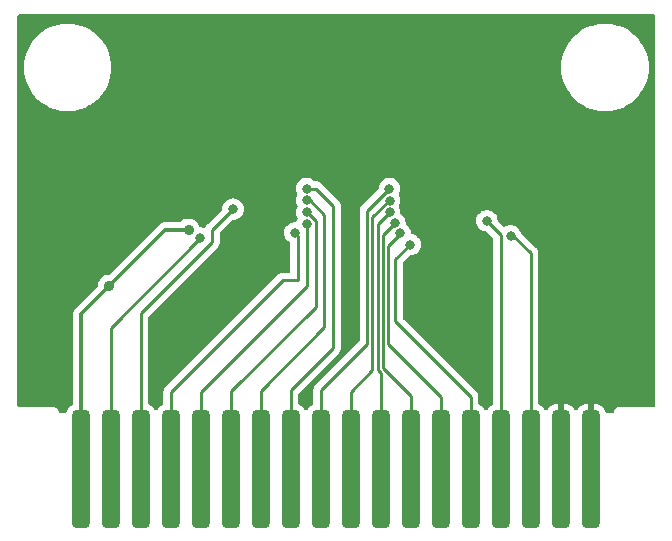
<source format=gbr>
%TF.GenerationSoftware,KiCad,Pcbnew,(6.0.7-1)-1*%
%TF.CreationDate,2023-01-14T18:56:46-08:00*%
%TF.ProjectId,QCard,51436172-642e-46b6-9963-61645f706362,rev?*%
%TF.SameCoordinates,Original*%
%TF.FileFunction,Copper,L2,Bot*%
%TF.FilePolarity,Positive*%
%FSLAX46Y46*%
G04 Gerber Fmt 4.6, Leading zero omitted, Abs format (unit mm)*
G04 Created by KiCad (PCBNEW (6.0.7-1)-1) date 2023-01-14 18:56:46*
%MOMM*%
%LPD*%
G01*
G04 APERTURE LIST*
G04 Aperture macros list*
%AMRoundRect*
0 Rectangle with rounded corners*
0 $1 Rounding radius*
0 $2 $3 $4 $5 $6 $7 $8 $9 X,Y pos of 4 corners*
0 Add a 4 corners polygon primitive as box body*
4,1,4,$2,$3,$4,$5,$6,$7,$8,$9,$2,$3,0*
0 Add four circle primitives for the rounded corners*
1,1,$1+$1,$2,$3*
1,1,$1+$1,$4,$5*
1,1,$1+$1,$6,$7*
1,1,$1+$1,$8,$9*
0 Add four rect primitives between the rounded corners*
20,1,$1+$1,$2,$3,$4,$5,0*
20,1,$1+$1,$4,$5,$6,$7,0*
20,1,$1+$1,$6,$7,$8,$9,0*
20,1,$1+$1,$8,$9,$2,$3,0*%
G04 Aperture macros list end*
%TA.AperFunction,ConnectorPad*%
%ADD10RoundRect,0.375000X-0.375000X-4.625000X0.375000X-4.625000X0.375000X4.625000X-0.375000X4.625000X0*%
%TD*%
%TA.AperFunction,ViaPad*%
%ADD11C,0.900000*%
%TD*%
%TA.AperFunction,ViaPad*%
%ADD12C,0.800000*%
%TD*%
%TA.AperFunction,Conductor*%
%ADD13C,0.250000*%
%TD*%
%TA.AperFunction,Conductor*%
%ADD14C,0.300000*%
%TD*%
G04 APERTURE END LIST*
D10*
%TO.P,J1,36,Pin_36*%
%TO.N,/GND*%
X99060000Y-89000000D03*
%TO.P,J1,35,Pin_35*%
X96520000Y-89000000D03*
%TO.P,J1,34,Pin_34*%
%TO.N,/D3*%
X93980000Y-89000000D03*
%TO.P,J1,33,Pin_33*%
%TO.N,/D4*%
X91440000Y-89000000D03*
%TO.P,J1,32,Pin_32*%
%TO.N,/D5*%
X88900000Y-89000000D03*
%TO.P,J1,31,Pin_31*%
%TO.N,/D6*%
X86360000Y-89000000D03*
%TO.P,J1,30,Pin_30*%
%TO.N,/D7*%
X83820000Y-89000000D03*
%TO.P,J1,29,Pin_29*%
%TO.N,/CE*%
X81280000Y-89000000D03*
%TO.P,J1,28,Pin_28*%
%TO.N,/A10*%
X78740000Y-89000000D03*
%TO.P,J1,27,Pin_27*%
%TO.N,/OE*%
X76200000Y-89000000D03*
%TO.P,J1,26,Pin_26*%
%TO.N,/A11*%
X73660000Y-89000000D03*
%TO.P,J1,25,Pin_25*%
%TO.N,/A9*%
X71120000Y-89000000D03*
%TO.P,J1,24,Pin_24*%
%TO.N,/A8*%
X68580000Y-89000000D03*
%TO.P,J1,23,Pin_23*%
%TO.N,/A13*%
X66040000Y-89000000D03*
%TO.P,J1,22,Pin_22*%
%TO.N,/A14*%
X63500000Y-89000000D03*
%TO.P,J1,21,Pin_21*%
%TO.N,/A17*%
X60960000Y-89000000D03*
%TO.P,J1,20,Pin_20*%
%TO.N,/A18*%
X58420000Y-89000000D03*
%TO.P,J1,19,Pin_19*%
%TO.N,/VCC*%
X55880000Y-89000000D03*
%TD*%
D11*
%TO.N,/GND*%
X90000000Y-69750000D03*
%TO.N,/VCC*%
X58250000Y-73500000D03*
D12*
%TO.N,/D3*%
X92250000Y-69250000D03*
%TO.N,/D4*%
X90250000Y-67978000D03*
%TO.N,/D5*%
X83750000Y-70000000D03*
%TO.N,/D6*%
X82901613Y-69055488D03*
%TO.N,/D7*%
X82457275Y-68160184D03*
%TO.N,/CE*%
X82006490Y-67268109D03*
%TO.N,/A10*%
X82012548Y-66262051D03*
%TO.N,/OE*%
X82000000Y-65250000D03*
%TO.N,/A18*%
X66000000Y-69452000D03*
D11*
%TO.N,/VCC*%
X65000000Y-68750000D03*
D12*
%TO.N,/A17*%
X68750000Y-67000000D03*
%TO.N,/A14*%
X74000000Y-69000000D03*
%TO.N,/A13*%
X75000000Y-68250000D03*
%TO.N,/A8*%
X75000000Y-67250000D03*
%TO.N,/A9*%
X75000000Y-66250497D03*
%TO.N,/A11*%
X75000000Y-65250000D03*
%TD*%
D13*
%TO.N,/CE*%
X82006490Y-67268109D02*
X81000000Y-68274599D01*
X81000000Y-68274599D02*
X81000000Y-80636396D01*
X81000000Y-80636396D02*
X81250000Y-80886396D01*
X81250000Y-88970000D02*
X81280000Y-89000000D01*
X81250000Y-80886396D02*
X81250000Y-88970000D01*
%TO.N,/A17*%
X68750000Y-67000000D02*
X67000000Y-68750000D01*
X67000000Y-68750000D02*
X67000000Y-69750000D01*
X67000000Y-69750000D02*
X60960000Y-75790000D01*
X60960000Y-75790000D02*
X60960000Y-89000000D01*
D14*
%TO.N,/VCC*%
X65000000Y-68750000D02*
X63000000Y-68750000D01*
X63000000Y-68750000D02*
X55880000Y-75870000D01*
X55880000Y-75870000D02*
X55880000Y-89000000D01*
D13*
%TO.N,/D4*%
X90250000Y-67978000D02*
X90250000Y-68000000D01*
X90250000Y-68000000D02*
X91440000Y-69190000D01*
X91440000Y-69190000D02*
X91440000Y-89000000D01*
%TO.N,/D3*%
X92250000Y-69250000D02*
X92500000Y-69250000D01*
X92500000Y-69250000D02*
X93980000Y-70730000D01*
X93980000Y-70730000D02*
X93980000Y-89000000D01*
%TO.N,/D5*%
X83750000Y-70000000D02*
X82500000Y-71250000D01*
X82500000Y-71250000D02*
X82500000Y-76500000D01*
X82500000Y-76500000D02*
X88900000Y-82900000D01*
X88900000Y-82900000D02*
X88900000Y-89000000D01*
%TO.N,/D7*%
X82457275Y-68160184D02*
X81450000Y-69167459D01*
X81450000Y-69167459D02*
X81450000Y-80450000D01*
X81450000Y-80450000D02*
X83820000Y-82820000D01*
X83820000Y-82820000D02*
X83820000Y-89000000D01*
%TO.N,/D6*%
X82901613Y-69055488D02*
X82901613Y-69098863D01*
X81900000Y-78400000D02*
X86360000Y-82860000D01*
X86360000Y-82860000D02*
X86360000Y-89000000D01*
X82901613Y-69098863D02*
X81900000Y-70100476D01*
X81900000Y-70100476D02*
X81900000Y-78400000D01*
%TO.N,/OE*%
X82000000Y-65250000D02*
X80100000Y-67150000D01*
X80100000Y-67150000D02*
X80100000Y-78400000D01*
X80100000Y-78400000D02*
X76200000Y-82300000D01*
X76200000Y-82300000D02*
X76200000Y-89000000D01*
%TO.N,/A10*%
X82012548Y-66262051D02*
X81987949Y-66262051D01*
X81987949Y-66262051D02*
X80550000Y-67700000D01*
X80550000Y-67700000D02*
X80550000Y-80643198D01*
X80550000Y-80643198D02*
X78740000Y-82453198D01*
X78740000Y-82453198D02*
X78740000Y-89000000D01*
%TO.N,/A11*%
X75000000Y-65250000D02*
X75750000Y-65250000D01*
X77250000Y-78750000D02*
X73660000Y-82340000D01*
X75750000Y-65250000D02*
X77250000Y-66750000D01*
X77250000Y-66750000D02*
X77250000Y-78750000D01*
X73660000Y-82340000D02*
X73660000Y-89000000D01*
%TO.N,/A18*%
X66000000Y-69452000D02*
X58420000Y-77032000D01*
X58420000Y-77032000D02*
X58420000Y-89000000D01*
%TO.N,/A9*%
X76500000Y-77000000D02*
X71120000Y-82380000D01*
X76500000Y-67500000D02*
X76500000Y-77000000D01*
X75250497Y-66250497D02*
X76500000Y-67500000D01*
X75000000Y-66250497D02*
X75250497Y-66250497D01*
X71120000Y-82380000D02*
X71120000Y-89000000D01*
%TO.N,/A14*%
X74250000Y-73000000D02*
X74250000Y-69250000D01*
X63500000Y-89000000D02*
X63500000Y-82500000D01*
X63500000Y-82500000D02*
X73000000Y-73000000D01*
X74250000Y-69250000D02*
X74000000Y-69000000D01*
X73000000Y-73000000D02*
X74250000Y-73000000D01*
%TO.N,/A13*%
X66040000Y-89000000D02*
X66040000Y-82460000D01*
X66040000Y-82460000D02*
X75000000Y-73500000D01*
X75000000Y-73500000D02*
X75000000Y-68250000D01*
%TO.N,/A8*%
X75000000Y-67250000D02*
X75025305Y-67250000D01*
X75025305Y-67250000D02*
X75750000Y-67974695D01*
X75750000Y-67974695D02*
X75750000Y-75250000D01*
X75750000Y-75250000D02*
X68580000Y-82420000D01*
X68580000Y-82420000D02*
X68580000Y-89000000D01*
%TD*%
%TA.AperFunction,Conductor*%
%TO.N,/GND*%
G36*
X104433621Y-50528502D02*
G01*
X104480114Y-50582158D01*
X104491500Y-50634500D01*
X104491500Y-83615500D01*
X104471498Y-83683621D01*
X104417842Y-83730114D01*
X104365500Y-83741500D01*
X101508623Y-83741500D01*
X101507853Y-83741498D01*
X101507037Y-83741493D01*
X101430279Y-83741024D01*
X101409965Y-83746830D01*
X101401847Y-83749150D01*
X101385085Y-83752728D01*
X101355813Y-83756920D01*
X101347645Y-83760634D01*
X101347644Y-83760634D01*
X101332438Y-83767548D01*
X101314914Y-83773996D01*
X101290229Y-83781051D01*
X101282635Y-83785843D01*
X101282632Y-83785844D01*
X101265220Y-83796830D01*
X101250137Y-83804969D01*
X101223218Y-83817208D01*
X101216416Y-83823069D01*
X101203765Y-83833970D01*
X101188761Y-83845073D01*
X101167042Y-83858776D01*
X101161103Y-83865501D01*
X101161099Y-83865504D01*
X101147468Y-83880938D01*
X101135276Y-83892982D01*
X101119673Y-83906427D01*
X101119671Y-83906430D01*
X101112873Y-83912287D01*
X101107993Y-83919816D01*
X101107992Y-83919817D01*
X101098906Y-83933835D01*
X101087615Y-83948709D01*
X101076569Y-83961217D01*
X101070622Y-83967951D01*
X101064312Y-83981391D01*
X101058058Y-83994711D01*
X101049737Y-84009691D01*
X101038529Y-84026983D01*
X101038527Y-84026988D01*
X101033648Y-84034515D01*
X101031078Y-84043108D01*
X101031076Y-84043113D01*
X101026289Y-84059120D01*
X101019628Y-84076564D01*
X101012533Y-84091676D01*
X101008719Y-84099800D01*
X101007338Y-84108667D01*
X101007338Y-84108668D01*
X101004170Y-84129015D01*
X101000386Y-84145736D01*
X100996088Y-84160106D01*
X100957405Y-84219638D01*
X100892676Y-84248806D01*
X100875372Y-84250000D01*
X100412339Y-84250000D01*
X100344218Y-84229998D01*
X100297725Y-84176342D01*
X100290632Y-84156612D01*
X100265599Y-84063187D01*
X100260898Y-84050941D01*
X100182622Y-83897318D01*
X100175470Y-83886304D01*
X100066966Y-83752311D01*
X100057689Y-83743034D01*
X99923696Y-83634530D01*
X99912682Y-83627378D01*
X99759059Y-83549102D01*
X99746813Y-83544401D01*
X99579467Y-83499561D01*
X99568140Y-83497614D01*
X99499261Y-83492193D01*
X99494334Y-83492000D01*
X99332115Y-83492000D01*
X99316876Y-83496475D01*
X99315671Y-83497865D01*
X99314000Y-83505548D01*
X99314000Y-84250000D01*
X98806000Y-84250000D01*
X98806000Y-83510115D01*
X98801525Y-83494876D01*
X98800135Y-83493671D01*
X98792452Y-83492000D01*
X98625666Y-83492000D01*
X98620739Y-83492193D01*
X98551860Y-83497614D01*
X98540533Y-83499561D01*
X98373187Y-83544401D01*
X98360941Y-83549102D01*
X98207318Y-83627378D01*
X98196304Y-83634530D01*
X98062311Y-83743034D01*
X98053034Y-83752311D01*
X97944530Y-83886304D01*
X97937378Y-83897318D01*
X97902267Y-83966226D01*
X97853519Y-84017841D01*
X97784604Y-84034907D01*
X97717402Y-84012006D01*
X97677733Y-83966226D01*
X97642622Y-83897318D01*
X97635470Y-83886304D01*
X97526966Y-83752311D01*
X97517689Y-83743034D01*
X97383696Y-83634530D01*
X97372682Y-83627378D01*
X97219059Y-83549102D01*
X97206813Y-83544401D01*
X97039467Y-83499561D01*
X97028140Y-83497614D01*
X96959261Y-83492193D01*
X96954334Y-83492000D01*
X96792115Y-83492000D01*
X96776876Y-83496475D01*
X96775671Y-83497865D01*
X96774000Y-83505548D01*
X96774000Y-84250000D01*
X96266000Y-84250000D01*
X96266000Y-83510115D01*
X96261525Y-83494876D01*
X96260135Y-83493671D01*
X96252452Y-83492000D01*
X96085666Y-83492000D01*
X96080739Y-83492193D01*
X96011860Y-83497614D01*
X96000533Y-83499561D01*
X95833187Y-83544401D01*
X95820941Y-83549102D01*
X95667318Y-83627378D01*
X95656304Y-83634530D01*
X95522311Y-83743034D01*
X95513034Y-83752311D01*
X95404530Y-83886304D01*
X95397378Y-83897317D01*
X95362548Y-83965675D01*
X95313800Y-84017290D01*
X95244885Y-84034356D01*
X95177683Y-84011455D01*
X95138014Y-83965675D01*
X95103044Y-83897043D01*
X95100047Y-83891161D01*
X95095894Y-83886032D01*
X95095891Y-83886028D01*
X94987325Y-83751961D01*
X94983170Y-83746830D01*
X94976000Y-83741024D01*
X94843972Y-83634109D01*
X94843968Y-83634106D01*
X94838839Y-83629953D01*
X94832961Y-83626958D01*
X94832958Y-83626956D01*
X94707297Y-83562929D01*
X94682296Y-83550190D01*
X94630682Y-83501443D01*
X94613500Y-83437924D01*
X94613500Y-70808767D01*
X94614027Y-70797584D01*
X94615702Y-70790091D01*
X94613562Y-70722014D01*
X94613500Y-70718055D01*
X94613500Y-70690144D01*
X94612995Y-70686144D01*
X94612062Y-70674301D01*
X94610922Y-70638030D01*
X94610673Y-70630111D01*
X94605021Y-70610657D01*
X94601013Y-70591300D01*
X94599468Y-70579070D01*
X94599468Y-70579069D01*
X94598474Y-70571203D01*
X94595555Y-70563830D01*
X94582196Y-70530088D01*
X94578351Y-70518858D01*
X94568229Y-70484017D01*
X94568229Y-70484016D01*
X94566018Y-70476407D01*
X94561985Y-70469588D01*
X94561983Y-70469583D01*
X94555707Y-70458972D01*
X94547012Y-70441224D01*
X94539552Y-70422383D01*
X94513564Y-70386613D01*
X94507048Y-70376693D01*
X94488580Y-70345465D01*
X94488578Y-70345462D01*
X94484542Y-70338638D01*
X94470221Y-70324317D01*
X94457380Y-70309283D01*
X94450131Y-70299306D01*
X94445472Y-70292893D01*
X94411395Y-70264702D01*
X94402616Y-70256712D01*
X93134882Y-68988978D01*
X93104144Y-68938819D01*
X93092597Y-68903281D01*
X93084527Y-68878444D01*
X93077089Y-68865560D01*
X92992341Y-68718774D01*
X92989040Y-68713056D01*
X92938447Y-68656866D01*
X92865675Y-68576045D01*
X92865674Y-68576044D01*
X92861253Y-68571134D01*
X92739551Y-68482712D01*
X92712094Y-68462763D01*
X92712093Y-68462762D01*
X92706752Y-68458882D01*
X92700724Y-68456198D01*
X92700722Y-68456197D01*
X92538319Y-68383891D01*
X92538318Y-68383891D01*
X92532288Y-68381206D01*
X92410312Y-68355279D01*
X92351944Y-68342872D01*
X92351939Y-68342872D01*
X92345487Y-68341500D01*
X92154513Y-68341500D01*
X92148061Y-68342872D01*
X92148056Y-68342872D01*
X92089688Y-68355279D01*
X91967712Y-68381206D01*
X91961682Y-68383891D01*
X91961681Y-68383891D01*
X91799278Y-68456197D01*
X91799276Y-68456198D01*
X91793248Y-68458882D01*
X91787503Y-68463056D01*
X91771153Y-68474935D01*
X91704285Y-68498793D01*
X91635134Y-68482712D01*
X91607998Y-68462093D01*
X91199706Y-68053801D01*
X91165680Y-67991489D01*
X91163491Y-67977876D01*
X91144232Y-67794635D01*
X91144232Y-67794633D01*
X91143542Y-67788072D01*
X91084527Y-67606444D01*
X90989040Y-67441056D01*
X90959899Y-67408691D01*
X90865675Y-67304045D01*
X90865674Y-67304044D01*
X90861253Y-67299134D01*
X90762157Y-67227136D01*
X90712094Y-67190763D01*
X90712093Y-67190762D01*
X90706752Y-67186882D01*
X90700724Y-67184198D01*
X90700722Y-67184197D01*
X90538319Y-67111891D01*
X90538318Y-67111891D01*
X90532288Y-67109206D01*
X90438888Y-67089353D01*
X90351944Y-67070872D01*
X90351939Y-67070872D01*
X90345487Y-67069500D01*
X90154513Y-67069500D01*
X90148061Y-67070872D01*
X90148056Y-67070872D01*
X90061112Y-67089353D01*
X89967712Y-67109206D01*
X89961682Y-67111891D01*
X89961681Y-67111891D01*
X89799278Y-67184197D01*
X89799276Y-67184198D01*
X89793248Y-67186882D01*
X89787907Y-67190762D01*
X89787906Y-67190763D01*
X89737843Y-67227136D01*
X89638747Y-67299134D01*
X89634326Y-67304044D01*
X89634325Y-67304045D01*
X89540102Y-67408691D01*
X89510960Y-67441056D01*
X89415473Y-67606444D01*
X89356458Y-67788072D01*
X89355768Y-67794633D01*
X89355768Y-67794635D01*
X89354326Y-67808356D01*
X89336496Y-67978000D01*
X89337186Y-67984565D01*
X89354037Y-68144889D01*
X89356458Y-68167928D01*
X89415473Y-68349556D01*
X89418776Y-68355278D01*
X89418777Y-68355279D01*
X89431627Y-68377535D01*
X89510960Y-68514944D01*
X89515378Y-68519851D01*
X89515379Y-68519852D01*
X89569800Y-68580293D01*
X89638747Y-68656866D01*
X89793248Y-68769118D01*
X89799276Y-68771802D01*
X89799278Y-68771803D01*
X89899973Y-68816635D01*
X89967712Y-68846794D01*
X90055999Y-68865560D01*
X90148056Y-68885128D01*
X90148061Y-68885128D01*
X90154513Y-68886500D01*
X90188406Y-68886500D01*
X90256527Y-68906502D01*
X90277501Y-68923405D01*
X90769595Y-69415499D01*
X90803621Y-69477811D01*
X90806500Y-69504594D01*
X90806500Y-83437924D01*
X90786498Y-83506045D01*
X90737704Y-83550190D01*
X90712703Y-83562929D01*
X90587042Y-83626956D01*
X90587039Y-83626958D01*
X90581161Y-83629953D01*
X90576032Y-83634106D01*
X90576028Y-83634109D01*
X90444000Y-83741024D01*
X90436830Y-83746830D01*
X90432675Y-83751961D01*
X90324109Y-83886028D01*
X90324106Y-83886032D01*
X90319953Y-83891161D01*
X90316958Y-83897039D01*
X90316956Y-83897042D01*
X90282267Y-83965124D01*
X90233519Y-84016739D01*
X90164604Y-84033805D01*
X90097402Y-84010904D01*
X90057733Y-83965124D01*
X90023044Y-83897042D01*
X90023042Y-83897039D01*
X90020047Y-83891161D01*
X90015894Y-83886032D01*
X90015891Y-83886028D01*
X89907325Y-83751961D01*
X89903170Y-83746830D01*
X89896000Y-83741024D01*
X89763972Y-83634109D01*
X89763968Y-83634106D01*
X89758839Y-83629953D01*
X89752961Y-83626958D01*
X89752958Y-83626956D01*
X89627297Y-83562929D01*
X89602296Y-83550190D01*
X89550682Y-83501443D01*
X89533500Y-83437924D01*
X89533500Y-82978767D01*
X89534027Y-82967584D01*
X89535702Y-82960091D01*
X89533562Y-82892000D01*
X89533500Y-82888043D01*
X89533500Y-82860144D01*
X89532996Y-82856153D01*
X89532063Y-82844311D01*
X89531181Y-82816225D01*
X89530674Y-82800111D01*
X89528462Y-82792497D01*
X89528461Y-82792492D01*
X89525023Y-82780659D01*
X89521012Y-82761295D01*
X89519467Y-82749064D01*
X89518474Y-82741203D01*
X89515557Y-82733836D01*
X89515556Y-82733831D01*
X89502198Y-82700092D01*
X89498354Y-82688865D01*
X89495400Y-82678697D01*
X89486018Y-82646407D01*
X89475707Y-82628972D01*
X89467012Y-82611224D01*
X89459552Y-82592383D01*
X89433564Y-82556613D01*
X89427048Y-82546693D01*
X89408580Y-82515465D01*
X89408578Y-82515462D01*
X89404542Y-82508638D01*
X89390221Y-82494317D01*
X89377380Y-82479283D01*
X89375440Y-82476613D01*
X89365472Y-82462893D01*
X89331395Y-82434702D01*
X89322616Y-82426712D01*
X83170405Y-76274500D01*
X83136379Y-76212188D01*
X83133500Y-76185405D01*
X83133500Y-71564595D01*
X83153502Y-71496474D01*
X83170405Y-71475499D01*
X83700501Y-70945404D01*
X83762813Y-70911379D01*
X83789596Y-70908500D01*
X83845487Y-70908500D01*
X83851939Y-70907128D01*
X83851944Y-70907128D01*
X83938887Y-70888647D01*
X84032288Y-70868794D01*
X84193750Y-70796907D01*
X84200722Y-70793803D01*
X84200724Y-70793802D01*
X84206752Y-70791118D01*
X84361253Y-70678866D01*
X84405152Y-70630111D01*
X84484621Y-70541852D01*
X84484622Y-70541851D01*
X84489040Y-70536944D01*
X84584527Y-70371556D01*
X84643542Y-70189928D01*
X84645649Y-70169886D01*
X84662814Y-70006565D01*
X84663504Y-70000000D01*
X84657906Y-69946734D01*
X84644232Y-69816635D01*
X84644232Y-69816633D01*
X84643542Y-69810072D01*
X84584527Y-69628444D01*
X84489040Y-69463056D01*
X84457928Y-69428502D01*
X84365675Y-69326045D01*
X84365674Y-69326044D01*
X84361253Y-69321134D01*
X84206752Y-69208882D01*
X84200724Y-69206198D01*
X84200722Y-69206197D01*
X84038319Y-69133891D01*
X84038318Y-69133891D01*
X84032288Y-69131206D01*
X84025827Y-69129833D01*
X84025822Y-69129831D01*
X83907839Y-69104752D01*
X83845365Y-69071024D01*
X83811044Y-69008874D01*
X83808726Y-68994677D01*
X83795845Y-68872123D01*
X83795845Y-68872121D01*
X83795155Y-68865560D01*
X83736140Y-68683932D01*
X83720514Y-68656866D01*
X83668774Y-68567251D01*
X83640653Y-68518544D01*
X83590692Y-68463056D01*
X83517288Y-68381533D01*
X83517287Y-68381532D01*
X83512866Y-68376622D01*
X83459873Y-68338120D01*
X83418578Y-68308117D01*
X83375224Y-68251894D01*
X83367329Y-68193011D01*
X83370089Y-68166749D01*
X83370779Y-68160184D01*
X83364919Y-68104429D01*
X83351507Y-67976819D01*
X83351507Y-67976817D01*
X83350817Y-67970256D01*
X83291802Y-67788628D01*
X83287857Y-67781794D01*
X83233127Y-67687000D01*
X83196315Y-67623240D01*
X83068528Y-67481318D01*
X82968566Y-67408691D01*
X82925212Y-67352468D01*
X82917317Y-67293588D01*
X82919304Y-67274678D01*
X82919304Y-67274674D01*
X82919994Y-67268109D01*
X82905472Y-67129943D01*
X82900722Y-67084744D01*
X82900722Y-67084742D01*
X82900032Y-67078181D01*
X82841017Y-66896553D01*
X82834191Y-66884729D01*
X82804513Y-66833326D01*
X82787775Y-66764330D01*
X82804513Y-66707326D01*
X82843771Y-66639330D01*
X82843772Y-66639329D01*
X82847075Y-66633607D01*
X82906090Y-66451979D01*
X82907305Y-66440425D01*
X82925362Y-66268616D01*
X82926052Y-66262051D01*
X82906090Y-66072123D01*
X82847075Y-65890495D01*
X82799538Y-65808159D01*
X82782800Y-65739164D01*
X82799538Y-65682159D01*
X82831223Y-65627279D01*
X82831224Y-65627278D01*
X82834527Y-65621556D01*
X82893542Y-65439928D01*
X82913504Y-65250000D01*
X82893542Y-65060072D01*
X82834527Y-64878444D01*
X82739040Y-64713056D01*
X82724798Y-64697238D01*
X82615675Y-64576045D01*
X82615674Y-64576044D01*
X82611253Y-64571134D01*
X82456752Y-64458882D01*
X82450724Y-64456198D01*
X82450722Y-64456197D01*
X82288319Y-64383891D01*
X82288318Y-64383891D01*
X82282288Y-64381206D01*
X82188887Y-64361353D01*
X82101944Y-64342872D01*
X82101939Y-64342872D01*
X82095487Y-64341500D01*
X81904513Y-64341500D01*
X81898061Y-64342872D01*
X81898056Y-64342872D01*
X81811113Y-64361353D01*
X81717712Y-64381206D01*
X81711682Y-64383891D01*
X81711681Y-64383891D01*
X81549278Y-64456197D01*
X81549276Y-64456198D01*
X81543248Y-64458882D01*
X81388747Y-64571134D01*
X81384326Y-64576044D01*
X81384325Y-64576045D01*
X81275203Y-64697238D01*
X81260960Y-64713056D01*
X81165473Y-64878444D01*
X81106458Y-65060072D01*
X81105768Y-65066633D01*
X81105768Y-65066635D01*
X81089093Y-65225293D01*
X81062080Y-65290950D01*
X81052878Y-65301218D01*
X79707747Y-66646348D01*
X79699461Y-66653888D01*
X79692982Y-66658000D01*
X79687557Y-66663777D01*
X79646357Y-66707651D01*
X79643602Y-66710493D01*
X79623865Y-66730230D01*
X79621385Y-66733427D01*
X79613682Y-66742447D01*
X79583414Y-66774679D01*
X79579595Y-66781625D01*
X79579593Y-66781628D01*
X79573652Y-66792434D01*
X79562801Y-66808953D01*
X79550386Y-66824959D01*
X79547241Y-66832228D01*
X79547238Y-66832232D01*
X79532826Y-66865537D01*
X79527609Y-66876187D01*
X79506305Y-66914940D01*
X79504334Y-66922615D01*
X79504334Y-66922616D01*
X79501267Y-66934562D01*
X79494863Y-66953266D01*
X79486819Y-66971855D01*
X79485580Y-66979678D01*
X79485577Y-66979688D01*
X79479901Y-67015524D01*
X79477495Y-67027144D01*
X79470653Y-67053794D01*
X79466500Y-67069970D01*
X79466500Y-67090224D01*
X79464949Y-67109934D01*
X79461780Y-67129943D01*
X79462526Y-67137835D01*
X79465941Y-67173961D01*
X79466500Y-67185819D01*
X79466500Y-78085406D01*
X79446498Y-78153527D01*
X79429595Y-78174501D01*
X75807747Y-81796348D01*
X75799461Y-81803888D01*
X75792982Y-81808000D01*
X75787557Y-81813777D01*
X75746357Y-81857651D01*
X75743602Y-81860493D01*
X75723865Y-81880230D01*
X75721385Y-81883427D01*
X75713682Y-81892447D01*
X75683414Y-81924679D01*
X75679595Y-81931625D01*
X75679593Y-81931628D01*
X75673652Y-81942434D01*
X75662801Y-81958953D01*
X75650386Y-81974959D01*
X75647241Y-81982228D01*
X75647238Y-81982232D01*
X75632826Y-82015537D01*
X75627609Y-82026187D01*
X75606305Y-82064940D01*
X75601516Y-82083594D01*
X75601267Y-82084562D01*
X75594863Y-82103266D01*
X75586819Y-82121855D01*
X75585580Y-82129678D01*
X75585577Y-82129688D01*
X75579901Y-82165524D01*
X75577495Y-82177144D01*
X75575171Y-82186198D01*
X75566500Y-82219970D01*
X75566500Y-82240224D01*
X75564949Y-82259934D01*
X75561780Y-82279943D01*
X75562526Y-82287835D01*
X75565941Y-82323961D01*
X75566500Y-82335819D01*
X75566500Y-83437924D01*
X75546498Y-83506045D01*
X75497704Y-83550190D01*
X75472703Y-83562929D01*
X75347042Y-83626956D01*
X75347039Y-83626958D01*
X75341161Y-83629953D01*
X75336032Y-83634106D01*
X75336028Y-83634109D01*
X75204000Y-83741024D01*
X75196830Y-83746830D01*
X75192675Y-83751961D01*
X75084109Y-83886028D01*
X75084106Y-83886032D01*
X75079953Y-83891161D01*
X75076958Y-83897039D01*
X75076956Y-83897042D01*
X75042267Y-83965124D01*
X74993519Y-84016739D01*
X74924604Y-84033805D01*
X74857402Y-84010904D01*
X74817733Y-83965124D01*
X74783044Y-83897042D01*
X74783042Y-83897039D01*
X74780047Y-83891161D01*
X74775894Y-83886032D01*
X74775891Y-83886028D01*
X74667325Y-83751961D01*
X74663170Y-83746830D01*
X74656000Y-83741024D01*
X74523972Y-83634109D01*
X74523968Y-83634106D01*
X74518839Y-83629953D01*
X74512961Y-83626958D01*
X74512958Y-83626956D01*
X74387297Y-83562929D01*
X74362296Y-83550190D01*
X74310682Y-83501443D01*
X74293500Y-83437924D01*
X74293500Y-82654594D01*
X74313502Y-82586473D01*
X74330405Y-82565499D01*
X77642247Y-79253657D01*
X77650537Y-79246113D01*
X77657018Y-79242000D01*
X77703659Y-79192332D01*
X77706413Y-79189491D01*
X77726135Y-79169769D01*
X77728619Y-79166567D01*
X77736317Y-79157555D01*
X77761161Y-79131098D01*
X77766586Y-79125321D01*
X77776347Y-79107566D01*
X77787198Y-79091047D01*
X77799614Y-79075041D01*
X77817174Y-79034463D01*
X77822391Y-79023813D01*
X77843695Y-78985060D01*
X77848733Y-78965437D01*
X77855137Y-78946734D01*
X77860033Y-78935420D01*
X77860033Y-78935419D01*
X77863181Y-78928145D01*
X77864420Y-78920322D01*
X77864423Y-78920312D01*
X77870099Y-78884476D01*
X77872505Y-78872856D01*
X77881528Y-78837711D01*
X77881528Y-78837710D01*
X77883500Y-78830030D01*
X77883500Y-78809776D01*
X77885051Y-78790065D01*
X77886980Y-78777886D01*
X77888220Y-78770057D01*
X77884059Y-78726038D01*
X77883500Y-78714181D01*
X77883500Y-66828763D01*
X77884027Y-66817579D01*
X77885701Y-66810091D01*
X77883562Y-66742032D01*
X77883500Y-66738075D01*
X77883500Y-66710144D01*
X77882994Y-66706138D01*
X77882061Y-66694292D01*
X77880922Y-66658037D01*
X77880673Y-66650110D01*
X77875022Y-66630658D01*
X77871014Y-66611306D01*
X77869467Y-66599063D01*
X77868474Y-66591203D01*
X77865556Y-66583832D01*
X77852200Y-66550097D01*
X77848355Y-66538870D01*
X77847721Y-66536687D01*
X77836018Y-66496407D01*
X77831984Y-66489585D01*
X77831981Y-66489579D01*
X77825706Y-66478968D01*
X77817010Y-66461218D01*
X77812472Y-66449756D01*
X77812469Y-66449751D01*
X77809552Y-66442383D01*
X77783573Y-66406625D01*
X77777057Y-66396707D01*
X77758575Y-66365457D01*
X77754542Y-66358637D01*
X77740218Y-66344313D01*
X77727376Y-66329278D01*
X77721459Y-66321134D01*
X77715472Y-66312893D01*
X77681406Y-66284711D01*
X77672627Y-66276722D01*
X76253652Y-64857747D01*
X76246112Y-64849461D01*
X76242000Y-64842982D01*
X76192348Y-64796356D01*
X76189507Y-64793602D01*
X76169770Y-64773865D01*
X76166573Y-64771385D01*
X76157551Y-64763680D01*
X76131100Y-64738841D01*
X76125321Y-64733414D01*
X76118375Y-64729595D01*
X76118372Y-64729593D01*
X76107566Y-64723652D01*
X76091047Y-64712801D01*
X76085048Y-64708148D01*
X76075041Y-64700386D01*
X76067772Y-64697241D01*
X76067768Y-64697238D01*
X76034463Y-64682826D01*
X76023813Y-64677609D01*
X75985060Y-64656305D01*
X75965437Y-64651267D01*
X75946734Y-64644863D01*
X75935420Y-64639967D01*
X75935419Y-64639967D01*
X75928145Y-64636819D01*
X75920322Y-64635580D01*
X75920312Y-64635577D01*
X75884476Y-64629901D01*
X75872856Y-64627495D01*
X75837711Y-64618472D01*
X75837710Y-64618472D01*
X75830030Y-64616500D01*
X75809776Y-64616500D01*
X75790065Y-64614949D01*
X75777886Y-64613020D01*
X75770057Y-64611780D01*
X75762165Y-64612526D01*
X75726039Y-64615941D01*
X75714181Y-64616500D01*
X75708200Y-64616500D01*
X75640079Y-64596498D01*
X75620853Y-64580157D01*
X75620580Y-64580460D01*
X75615668Y-64576037D01*
X75611253Y-64571134D01*
X75456752Y-64458882D01*
X75450724Y-64456198D01*
X75450722Y-64456197D01*
X75288319Y-64383891D01*
X75288318Y-64383891D01*
X75282288Y-64381206D01*
X75188887Y-64361353D01*
X75101944Y-64342872D01*
X75101939Y-64342872D01*
X75095487Y-64341500D01*
X74904513Y-64341500D01*
X74898061Y-64342872D01*
X74898056Y-64342872D01*
X74811113Y-64361353D01*
X74717712Y-64381206D01*
X74711682Y-64383891D01*
X74711681Y-64383891D01*
X74549278Y-64456197D01*
X74549276Y-64456198D01*
X74543248Y-64458882D01*
X74388747Y-64571134D01*
X74384326Y-64576044D01*
X74384325Y-64576045D01*
X74275203Y-64697238D01*
X74260960Y-64713056D01*
X74165473Y-64878444D01*
X74106458Y-65060072D01*
X74086496Y-65250000D01*
X74106458Y-65439928D01*
X74165473Y-65621556D01*
X74168776Y-65627278D01*
X74168777Y-65627279D01*
X74203401Y-65687249D01*
X74220139Y-65756244D01*
X74203402Y-65813247D01*
X74165473Y-65878941D01*
X74106458Y-66060569D01*
X74105768Y-66067130D01*
X74105768Y-66067132D01*
X74104554Y-66078686D01*
X74086496Y-66250497D01*
X74087186Y-66257062D01*
X74102906Y-66406625D01*
X74106458Y-66440425D01*
X74165473Y-66622053D01*
X74168776Y-66627775D01*
X74168777Y-66627776D01*
X74203114Y-66687249D01*
X74219852Y-66756244D01*
X74203115Y-66813247D01*
X74165473Y-66878444D01*
X74106458Y-67060072D01*
X74105768Y-67066633D01*
X74105768Y-67066635D01*
X74093412Y-67184197D01*
X74086496Y-67250000D01*
X74087186Y-67256565D01*
X74098803Y-67367091D01*
X74106458Y-67439928D01*
X74165473Y-67621556D01*
X74168776Y-67627278D01*
X74168777Y-67627279D01*
X74203257Y-67687000D01*
X74219995Y-67755995D01*
X74203257Y-67813000D01*
X74172595Y-67866109D01*
X74165473Y-67878444D01*
X74163432Y-67884726D01*
X74124535Y-68004437D01*
X74084461Y-68063042D01*
X74019064Y-68090679D01*
X74004702Y-68091500D01*
X73904513Y-68091500D01*
X73898061Y-68092872D01*
X73898056Y-68092872D01*
X73835708Y-68106125D01*
X73717712Y-68131206D01*
X73711682Y-68133891D01*
X73711681Y-68133891D01*
X73549278Y-68206197D01*
X73549276Y-68206198D01*
X73543248Y-68208882D01*
X73537907Y-68212762D01*
X73537906Y-68212763D01*
X73525871Y-68221507D01*
X73388747Y-68321134D01*
X73384326Y-68326044D01*
X73384325Y-68326045D01*
X73295263Y-68424959D01*
X73260960Y-68463056D01*
X73165473Y-68628444D01*
X73106458Y-68810072D01*
X73105768Y-68816633D01*
X73105768Y-68816635D01*
X73102598Y-68846794D01*
X73086496Y-69000000D01*
X73087186Y-69006565D01*
X73100142Y-69129831D01*
X73106458Y-69189928D01*
X73165473Y-69371556D01*
X73168776Y-69377278D01*
X73168777Y-69377279D01*
X73192895Y-69419052D01*
X73260960Y-69536944D01*
X73265378Y-69541851D01*
X73265379Y-69541852D01*
X73348788Y-69634487D01*
X73388747Y-69678866D01*
X73543248Y-69791118D01*
X73549276Y-69793802D01*
X73553504Y-69796243D01*
X73602495Y-69847627D01*
X73616500Y-69905360D01*
X73616500Y-72240500D01*
X73596498Y-72308621D01*
X73542842Y-72355114D01*
X73490500Y-72366500D01*
X73078767Y-72366500D01*
X73067584Y-72365973D01*
X73060091Y-72364298D01*
X73052165Y-72364547D01*
X73052164Y-72364547D01*
X72992001Y-72366438D01*
X72988043Y-72366500D01*
X72960144Y-72366500D01*
X72956154Y-72367004D01*
X72944320Y-72367936D01*
X72900111Y-72369326D01*
X72892497Y-72371538D01*
X72892492Y-72371539D01*
X72880659Y-72374977D01*
X72861296Y-72378988D01*
X72841203Y-72381526D01*
X72833836Y-72384443D01*
X72833831Y-72384444D01*
X72800092Y-72397802D01*
X72788865Y-72401646D01*
X72746407Y-72413982D01*
X72739581Y-72418019D01*
X72728972Y-72424293D01*
X72711224Y-72432988D01*
X72692383Y-72440448D01*
X72685967Y-72445110D01*
X72685966Y-72445110D01*
X72656613Y-72466436D01*
X72646693Y-72472952D01*
X72615465Y-72491420D01*
X72615462Y-72491422D01*
X72608638Y-72495458D01*
X72594317Y-72509779D01*
X72579284Y-72522619D01*
X72562893Y-72534528D01*
X72557842Y-72540634D01*
X72534702Y-72568605D01*
X72526712Y-72577384D01*
X63107747Y-81996348D01*
X63099461Y-82003888D01*
X63092982Y-82008000D01*
X63087557Y-82013777D01*
X63046357Y-82057651D01*
X63043602Y-82060493D01*
X63023865Y-82080230D01*
X63021385Y-82083427D01*
X63013682Y-82092447D01*
X62983414Y-82124679D01*
X62979595Y-82131625D01*
X62979593Y-82131628D01*
X62973652Y-82142434D01*
X62962801Y-82158953D01*
X62950386Y-82174959D01*
X62947241Y-82182228D01*
X62947238Y-82182232D01*
X62932826Y-82215537D01*
X62927609Y-82226187D01*
X62906305Y-82264940D01*
X62904334Y-82272615D01*
X62904334Y-82272616D01*
X62901267Y-82284562D01*
X62894863Y-82303266D01*
X62886819Y-82321855D01*
X62885580Y-82329678D01*
X62885577Y-82329688D01*
X62879901Y-82365524D01*
X62877495Y-82377144D01*
X62876019Y-82382893D01*
X62866500Y-82419970D01*
X62866500Y-82440224D01*
X62864949Y-82459934D01*
X62861780Y-82479943D01*
X62865248Y-82516625D01*
X62865941Y-82523961D01*
X62866500Y-82535819D01*
X62866500Y-83437924D01*
X62846498Y-83506045D01*
X62797704Y-83550190D01*
X62772703Y-83562929D01*
X62647042Y-83626956D01*
X62647039Y-83626958D01*
X62641161Y-83629953D01*
X62636032Y-83634106D01*
X62636028Y-83634109D01*
X62504000Y-83741024D01*
X62496830Y-83746830D01*
X62492675Y-83751961D01*
X62384109Y-83886028D01*
X62384106Y-83886032D01*
X62379953Y-83891161D01*
X62376958Y-83897039D01*
X62376956Y-83897042D01*
X62342267Y-83965124D01*
X62293519Y-84016739D01*
X62224604Y-84033805D01*
X62157402Y-84010904D01*
X62117733Y-83965124D01*
X62083044Y-83897042D01*
X62083042Y-83897039D01*
X62080047Y-83891161D01*
X62075894Y-83886032D01*
X62075891Y-83886028D01*
X61967325Y-83751961D01*
X61963170Y-83746830D01*
X61956000Y-83741024D01*
X61823972Y-83634109D01*
X61823968Y-83634106D01*
X61818839Y-83629953D01*
X61812961Y-83626958D01*
X61812958Y-83626956D01*
X61687297Y-83562929D01*
X61662296Y-83550190D01*
X61610682Y-83501443D01*
X61593500Y-83437924D01*
X61593500Y-76104594D01*
X61613502Y-76036473D01*
X61630405Y-76015499D01*
X67392253Y-70253652D01*
X67400539Y-70246112D01*
X67407018Y-70242000D01*
X67453644Y-70192348D01*
X67456398Y-70189507D01*
X67476135Y-70169770D01*
X67478615Y-70166573D01*
X67486320Y-70157551D01*
X67494508Y-70148832D01*
X67516586Y-70125321D01*
X67520405Y-70118375D01*
X67520407Y-70118372D01*
X67526348Y-70107566D01*
X67537199Y-70091047D01*
X67544758Y-70081301D01*
X67549614Y-70075041D01*
X67552759Y-70067772D01*
X67552762Y-70067768D01*
X67567174Y-70034463D01*
X67572391Y-70023813D01*
X67593695Y-69985060D01*
X67598733Y-69965437D01*
X67605137Y-69946734D01*
X67610033Y-69935420D01*
X67610033Y-69935419D01*
X67613181Y-69928145D01*
X67614420Y-69920322D01*
X67614423Y-69920312D01*
X67620099Y-69884476D01*
X67622505Y-69872856D01*
X67631528Y-69837711D01*
X67631528Y-69837710D01*
X67633500Y-69830030D01*
X67633500Y-69809776D01*
X67635051Y-69790065D01*
X67636980Y-69777886D01*
X67638220Y-69770057D01*
X67634059Y-69726038D01*
X67633500Y-69714181D01*
X67633500Y-69064594D01*
X67653502Y-68996473D01*
X67670405Y-68975499D01*
X68700500Y-67945405D01*
X68762812Y-67911379D01*
X68789595Y-67908500D01*
X68845487Y-67908500D01*
X68851939Y-67907128D01*
X68851944Y-67907128D01*
X68957334Y-67884726D01*
X69032288Y-67868794D01*
X69038319Y-67866109D01*
X69200722Y-67793803D01*
X69200724Y-67793802D01*
X69206752Y-67791118D01*
X69219586Y-67781794D01*
X69263346Y-67750000D01*
X69361253Y-67678866D01*
X69489040Y-67536944D01*
X69584527Y-67371556D01*
X69643542Y-67189928D01*
X69650670Y-67122114D01*
X69662814Y-67006565D01*
X69663504Y-67000000D01*
X69654564Y-66914940D01*
X69644232Y-66816635D01*
X69644232Y-66816633D01*
X69643542Y-66810072D01*
X69584527Y-66628444D01*
X69577209Y-66615768D01*
X69492341Y-66468774D01*
X69489040Y-66463056D01*
X69438230Y-66406625D01*
X69365675Y-66326045D01*
X69365674Y-66326044D01*
X69361253Y-66321134D01*
X69206752Y-66208882D01*
X69200724Y-66206198D01*
X69200722Y-66206197D01*
X69038319Y-66133891D01*
X69038318Y-66133891D01*
X69032288Y-66131206D01*
X68938888Y-66111353D01*
X68851944Y-66092872D01*
X68851939Y-66092872D01*
X68845487Y-66091500D01*
X68654513Y-66091500D01*
X68648061Y-66092872D01*
X68648056Y-66092872D01*
X68561112Y-66111353D01*
X68467712Y-66131206D01*
X68461682Y-66133891D01*
X68461681Y-66133891D01*
X68299278Y-66206197D01*
X68299276Y-66206198D01*
X68293248Y-66208882D01*
X68138747Y-66321134D01*
X68134326Y-66326044D01*
X68134325Y-66326045D01*
X68061771Y-66406625D01*
X68010960Y-66463056D01*
X68007659Y-66468774D01*
X67922792Y-66615768D01*
X67915473Y-66628444D01*
X67856458Y-66810072D01*
X67855768Y-66816633D01*
X67855768Y-66816635D01*
X67839093Y-66975293D01*
X67812080Y-67040950D01*
X67802878Y-67051218D01*
X66607747Y-68246348D01*
X66599461Y-68253888D01*
X66592982Y-68258000D01*
X66587557Y-68263777D01*
X66546357Y-68307651D01*
X66543602Y-68310493D01*
X66523865Y-68330230D01*
X66521385Y-68333427D01*
X66513682Y-68342447D01*
X66483414Y-68374679D01*
X66479595Y-68381625D01*
X66479593Y-68381628D01*
X66473652Y-68392434D01*
X66462801Y-68408953D01*
X66450386Y-68424959D01*
X66447241Y-68432228D01*
X66447238Y-68432232D01*
X66432826Y-68465537D01*
X66427609Y-68476187D01*
X66406305Y-68514940D01*
X66406305Y-68514941D01*
X66403957Y-68513650D01*
X66368256Y-68559404D01*
X66301253Y-68582880D01*
X66268584Y-68580293D01*
X66202810Y-68566312D01*
X66101944Y-68544872D01*
X66101939Y-68544872D01*
X66095487Y-68543500D01*
X66032505Y-68543500D01*
X65964384Y-68523498D01*
X65917891Y-68469842D01*
X65911883Y-68453917D01*
X65892247Y-68388879D01*
X65892247Y-68388878D01*
X65890465Y-68382977D01*
X65802218Y-68217008D01*
X65683415Y-68071340D01*
X65586892Y-67991489D01*
X65543329Y-67955450D01*
X65543324Y-67955447D01*
X65538580Y-67951522D01*
X65533161Y-67948592D01*
X65533158Y-67948590D01*
X65415042Y-67884726D01*
X65373231Y-67862119D01*
X65193666Y-67806534D01*
X65187541Y-67805890D01*
X65187540Y-67805890D01*
X65012852Y-67787529D01*
X65012851Y-67787529D01*
X65006724Y-67786885D01*
X64930711Y-67793803D01*
X64825665Y-67803363D01*
X64825662Y-67803364D01*
X64819526Y-67803922D01*
X64813620Y-67805660D01*
X64813616Y-67805661D01*
X64680278Y-67844905D01*
X64639202Y-67856994D01*
X64472621Y-67944080D01*
X64326128Y-68061864D01*
X64324758Y-68060161D01*
X64270790Y-68088896D01*
X64245305Y-68091500D01*
X63082060Y-68091500D01*
X63070203Y-68090941D01*
X63062463Y-68089211D01*
X63054538Y-68089460D01*
X63054537Y-68089460D01*
X62991599Y-68091438D01*
X62987641Y-68091500D01*
X62958568Y-68091500D01*
X62954634Y-68091997D01*
X62954632Y-68091997D01*
X62954189Y-68092053D01*
X62942354Y-68092985D01*
X62909564Y-68094016D01*
X62904089Y-68094188D01*
X62904088Y-68094188D01*
X62896169Y-68094437D01*
X62876444Y-68100168D01*
X62875571Y-68100421D01*
X62856218Y-68104429D01*
X62852743Y-68104868D01*
X62834936Y-68107118D01*
X62827568Y-68110035D01*
X62827565Y-68110036D01*
X62791982Y-68124125D01*
X62780747Y-68127971D01*
X62744016Y-68138642D01*
X62744013Y-68138643D01*
X62736400Y-68140855D01*
X62717935Y-68151775D01*
X62700195Y-68160466D01*
X62680244Y-68168365D01*
X62672205Y-68174206D01*
X62642874Y-68195516D01*
X62632952Y-68202033D01*
X62600023Y-68221507D01*
X62600019Y-68221510D01*
X62593193Y-68225547D01*
X62578030Y-68240710D01*
X62562997Y-68253550D01*
X62552059Y-68261497D01*
X62552057Y-68261499D01*
X62545643Y-68266159D01*
X62516198Y-68301752D01*
X62508208Y-68310532D01*
X58316623Y-72502117D01*
X58254311Y-72536143D01*
X58238951Y-72538503D01*
X58172593Y-72544542D01*
X58075665Y-72553363D01*
X58075662Y-72553364D01*
X58069526Y-72553922D01*
X58063620Y-72555660D01*
X58063616Y-72555661D01*
X57930278Y-72594905D01*
X57889202Y-72606994D01*
X57722621Y-72694080D01*
X57576128Y-72811864D01*
X57455302Y-72955859D01*
X57452338Y-72961251D01*
X57452335Y-72961255D01*
X57378611Y-73095360D01*
X57364746Y-73120580D01*
X57307909Y-73299752D01*
X57286956Y-73486552D01*
X57285856Y-73486429D01*
X57266691Y-73548488D01*
X57250747Y-73567993D01*
X55472395Y-75346345D01*
X55463615Y-75354335D01*
X55463613Y-75354337D01*
X55456920Y-75358584D01*
X55451494Y-75364362D01*
X55451493Y-75364363D01*
X55408396Y-75410257D01*
X55405641Y-75413099D01*
X55385073Y-75433667D01*
X55382356Y-75437170D01*
X55374648Y-75446195D01*
X55343028Y-75479867D01*
X55339207Y-75486818D01*
X55339206Y-75486819D01*
X55332697Y-75498658D01*
X55321843Y-75515182D01*
X55314018Y-75525271D01*
X55308696Y-75532132D01*
X55305549Y-75539404D01*
X55305548Y-75539406D01*
X55290346Y-75574535D01*
X55285124Y-75585195D01*
X55262876Y-75625663D01*
X55257541Y-75646441D01*
X55251142Y-75665131D01*
X55242620Y-75684824D01*
X55241380Y-75692655D01*
X55235394Y-75730448D01*
X55232987Y-75742071D01*
X55221500Y-75786812D01*
X55221500Y-75808259D01*
X55219949Y-75827969D01*
X55216594Y-75849152D01*
X55217340Y-75857043D01*
X55220941Y-75895138D01*
X55221500Y-75906996D01*
X55221500Y-83450662D01*
X55201498Y-83518783D01*
X55152704Y-83562929D01*
X55021161Y-83629953D01*
X55016032Y-83634106D01*
X55016028Y-83634109D01*
X54884000Y-83741024D01*
X54876830Y-83746830D01*
X54872675Y-83751961D01*
X54764109Y-83886028D01*
X54764106Y-83886032D01*
X54759953Y-83891161D01*
X54675638Y-84056638D01*
X54648850Y-84156612D01*
X54611898Y-84217234D01*
X54548037Y-84248256D01*
X54527143Y-84250000D01*
X54123936Y-84250000D01*
X54055815Y-84229998D01*
X54009322Y-84176342D01*
X54002786Y-84158622D01*
X54000849Y-84151844D01*
X53997272Y-84135085D01*
X53994352Y-84114698D01*
X53993080Y-84105813D01*
X53982451Y-84082436D01*
X53976004Y-84064913D01*
X53973639Y-84056638D01*
X53968949Y-84040229D01*
X53964156Y-84032632D01*
X53953170Y-84015220D01*
X53945030Y-84000135D01*
X53942564Y-83994711D01*
X53932792Y-83973218D01*
X53926293Y-83965675D01*
X53916030Y-83953765D01*
X53904927Y-83938761D01*
X53891224Y-83917042D01*
X53884499Y-83911103D01*
X53884496Y-83911099D01*
X53869062Y-83897468D01*
X53857018Y-83885276D01*
X53843573Y-83869673D01*
X53843570Y-83869671D01*
X53837713Y-83862873D01*
X53824009Y-83853990D01*
X53816165Y-83848906D01*
X53801291Y-83837615D01*
X53788783Y-83826569D01*
X53788782Y-83826568D01*
X53782049Y-83820622D01*
X53755287Y-83808057D01*
X53740309Y-83799737D01*
X53723017Y-83788529D01*
X53723012Y-83788527D01*
X53715485Y-83783648D01*
X53706892Y-83781078D01*
X53706887Y-83781076D01*
X53690880Y-83776289D01*
X53673436Y-83769628D01*
X53658324Y-83762533D01*
X53658322Y-83762532D01*
X53650200Y-83758719D01*
X53641333Y-83757338D01*
X53641332Y-83757338D01*
X53630478Y-83755648D01*
X53620983Y-83754170D01*
X53604268Y-83750387D01*
X53584534Y-83744485D01*
X53584528Y-83744484D01*
X53575934Y-83741914D01*
X53566963Y-83741859D01*
X53566962Y-83741859D01*
X53556903Y-83741798D01*
X53541494Y-83741704D01*
X53540711Y-83741671D01*
X53539614Y-83741500D01*
X53508623Y-83741500D01*
X53507853Y-83741498D01*
X53434215Y-83741048D01*
X53434214Y-83741048D01*
X53430279Y-83741024D01*
X53428935Y-83741408D01*
X53427590Y-83741500D01*
X50634500Y-83741500D01*
X50566379Y-83721498D01*
X50519886Y-83667842D01*
X50508500Y-83615500D01*
X50508500Y-55000000D01*
X51036411Y-55000000D01*
X51056754Y-55388176D01*
X51117562Y-55772099D01*
X51218167Y-56147562D01*
X51357468Y-56510453D01*
X51533938Y-56856794D01*
X51745643Y-57182793D01*
X51990266Y-57484876D01*
X52265124Y-57759734D01*
X52567207Y-58004357D01*
X52893206Y-58216062D01*
X52896140Y-58217557D01*
X52896147Y-58217561D01*
X53236607Y-58391034D01*
X53239547Y-58392532D01*
X53602438Y-58531833D01*
X53977901Y-58632438D01*
X54181793Y-58664732D01*
X54358576Y-58692732D01*
X54358584Y-58692733D01*
X54361824Y-58693246D01*
X54652894Y-58708500D01*
X54847106Y-58708500D01*
X55138176Y-58693246D01*
X55141416Y-58692733D01*
X55141424Y-58692732D01*
X55318207Y-58664732D01*
X55522099Y-58632438D01*
X55897562Y-58531833D01*
X56260453Y-58392532D01*
X56263393Y-58391034D01*
X56603853Y-58217561D01*
X56603860Y-58217557D01*
X56606794Y-58216062D01*
X56932793Y-58004357D01*
X57234876Y-57759734D01*
X57509734Y-57484876D01*
X57754357Y-57182793D01*
X57964265Y-56859563D01*
X57964266Y-56859561D01*
X57966062Y-56856795D01*
X57967562Y-56853853D01*
X58141034Y-56513393D01*
X58142532Y-56510453D01*
X58281833Y-56147562D01*
X58382438Y-55772099D01*
X58443246Y-55388176D01*
X58463589Y-55000000D01*
X96536411Y-55000000D01*
X96556754Y-55388176D01*
X96617562Y-55772099D01*
X96718167Y-56147562D01*
X96857468Y-56510453D01*
X97033938Y-56856794D01*
X97245643Y-57182793D01*
X97490266Y-57484876D01*
X97765124Y-57759734D01*
X98067207Y-58004357D01*
X98393206Y-58216062D01*
X98396140Y-58217557D01*
X98396147Y-58217561D01*
X98736607Y-58391034D01*
X98739547Y-58392532D01*
X99102438Y-58531833D01*
X99477901Y-58632438D01*
X99681793Y-58664732D01*
X99858576Y-58692732D01*
X99858584Y-58692733D01*
X99861824Y-58693246D01*
X100152894Y-58708500D01*
X100347106Y-58708500D01*
X100638176Y-58693246D01*
X100641416Y-58692733D01*
X100641424Y-58692732D01*
X100818207Y-58664732D01*
X101022099Y-58632438D01*
X101397562Y-58531833D01*
X101760453Y-58392532D01*
X101763393Y-58391034D01*
X102103853Y-58217561D01*
X102103860Y-58217557D01*
X102106794Y-58216062D01*
X102432793Y-58004357D01*
X102734876Y-57759734D01*
X103009734Y-57484876D01*
X103254357Y-57182793D01*
X103464265Y-56859563D01*
X103464266Y-56859561D01*
X103466062Y-56856795D01*
X103467562Y-56853853D01*
X103641034Y-56513393D01*
X103642532Y-56510453D01*
X103781833Y-56147562D01*
X103882438Y-55772099D01*
X103943246Y-55388176D01*
X103963589Y-55000000D01*
X103943246Y-54611824D01*
X103882438Y-54227901D01*
X103781833Y-53852438D01*
X103642532Y-53489547D01*
X103466062Y-53143206D01*
X103254357Y-52817207D01*
X103009734Y-52515124D01*
X102734876Y-52240266D01*
X102432793Y-51995643D01*
X102106794Y-51783938D01*
X102103860Y-51782443D01*
X102103853Y-51782439D01*
X101763393Y-51608966D01*
X101760453Y-51607468D01*
X101397562Y-51468167D01*
X101022099Y-51367562D01*
X100818207Y-51335268D01*
X100641424Y-51307268D01*
X100641416Y-51307267D01*
X100638176Y-51306754D01*
X100347106Y-51291500D01*
X100152894Y-51291500D01*
X99861824Y-51306754D01*
X99858584Y-51307267D01*
X99858576Y-51307268D01*
X99681793Y-51335268D01*
X99477901Y-51367562D01*
X99102438Y-51468167D01*
X98739547Y-51607468D01*
X98736607Y-51608966D01*
X98396147Y-51782439D01*
X98396140Y-51782443D01*
X98393206Y-51783938D01*
X98067207Y-51995643D01*
X97765124Y-52240266D01*
X97490266Y-52515124D01*
X97245643Y-52817207D01*
X97243848Y-52819970D01*
X97243848Y-52819971D01*
X97035736Y-53140436D01*
X97035734Y-53140439D01*
X97033938Y-53143205D01*
X97032443Y-53146139D01*
X97032439Y-53146146D01*
X96858966Y-53486607D01*
X96857468Y-53489547D01*
X96718167Y-53852438D01*
X96617562Y-54227901D01*
X96556754Y-54611824D01*
X96536411Y-55000000D01*
X58463589Y-55000000D01*
X58443246Y-54611824D01*
X58382438Y-54227901D01*
X58281833Y-53852438D01*
X58142532Y-53489547D01*
X57966062Y-53143206D01*
X57754357Y-52817207D01*
X57509734Y-52515124D01*
X57234876Y-52240266D01*
X56932793Y-51995643D01*
X56606794Y-51783938D01*
X56603860Y-51782443D01*
X56603853Y-51782439D01*
X56263393Y-51608966D01*
X56260453Y-51607468D01*
X55897562Y-51468167D01*
X55522099Y-51367562D01*
X55318207Y-51335268D01*
X55141424Y-51307268D01*
X55141416Y-51307267D01*
X55138176Y-51306754D01*
X54847106Y-51291500D01*
X54652894Y-51291500D01*
X54361824Y-51306754D01*
X54358584Y-51307267D01*
X54358576Y-51307268D01*
X54181793Y-51335268D01*
X53977901Y-51367562D01*
X53602438Y-51468167D01*
X53239547Y-51607468D01*
X53236607Y-51608966D01*
X52896147Y-51782439D01*
X52896140Y-51782443D01*
X52893206Y-51783938D01*
X52567207Y-51995643D01*
X52265124Y-52240266D01*
X51990266Y-52515124D01*
X51745643Y-52817207D01*
X51743848Y-52819970D01*
X51743848Y-52819971D01*
X51535736Y-53140436D01*
X51535734Y-53140439D01*
X51533938Y-53143205D01*
X51532443Y-53146139D01*
X51532439Y-53146146D01*
X51358966Y-53486607D01*
X51357468Y-53489547D01*
X51218167Y-53852438D01*
X51117562Y-54227901D01*
X51056754Y-54611824D01*
X51036411Y-55000000D01*
X50508500Y-55000000D01*
X50508500Y-50634500D01*
X50528502Y-50566379D01*
X50582158Y-50519886D01*
X50634500Y-50508500D01*
X104365500Y-50508500D01*
X104433621Y-50528502D01*
G37*
%TD.AperFunction*%
%TD*%
M02*

</source>
